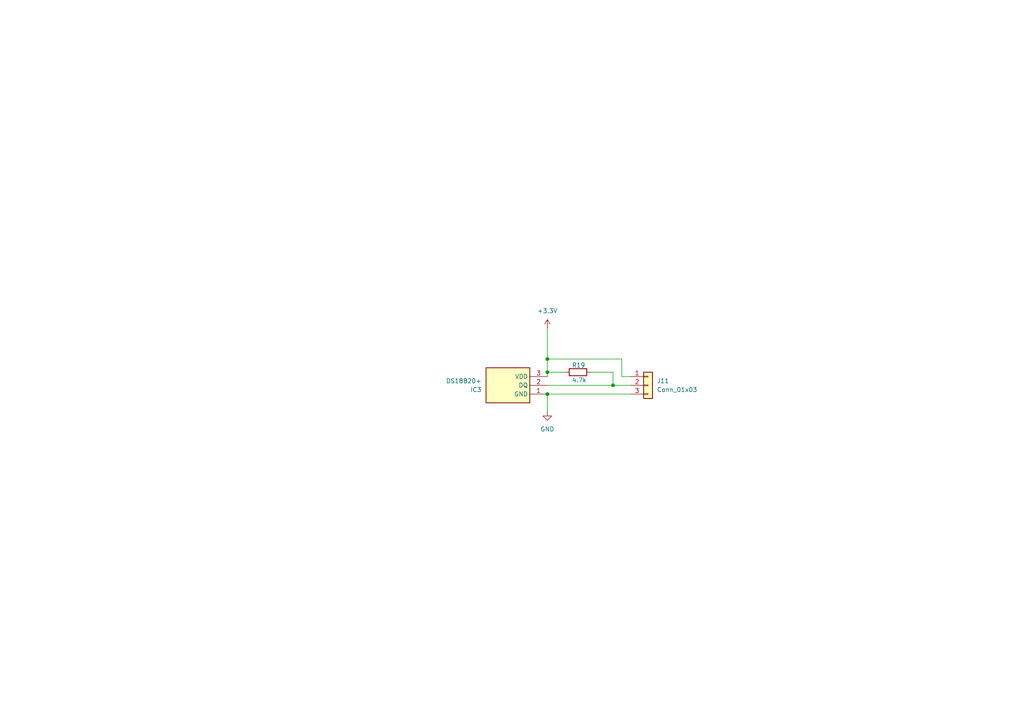
<source format=kicad_sch>
(kicad_sch (version 20250114) (generator "eeschema") (generator_version "9.0")
  (paper "A4")
  (title_block (title "czujnik"))
  (lib_symbols
    (symbol "Connector_Generic:Conn_01x03" (pin_names (offset 1.016) (hide yes))
      (property "Reference" "J" (at 0 5.08 0))
      (property "Value" "Conn_01x03" (at 0 -5.08 0))
      (symbol "Conn_01x03_1_1"
        (rectangle (start -1.27 3.81) (end 1.27 -3.81) (stroke (width 0.254)) (fill (type background)))
        (rectangle (start -1.27 2.667) (end 0 2.413) (stroke (width 0.1524)))
        (rectangle (start -1.27 0.127) (end 0 -0.127) (stroke (width 0.1524)))
        (rectangle (start -1.27 -2.413) (end 0 -2.667) (stroke (width 0.1524)))
        (pin passive line (at -5.08 2.54 0) (length 3.81) (name "Pin_1") (number "1"))
        (pin passive line (at -5.08 0 0) (length 3.81) (name "Pin_2") (number "2"))
        (pin passive line (at -5.08 -2.54 0) (length 3.81) (name "Pin_3") (number "3"))
      )
    )
    (symbol "DS18B20+:DS18B20+"
      (property "Reference" "IC" (at 19.05 7.62 0))
      (property "Value" "DS18B20+" (at 19.05 5.08 0))
      (symbol "DS18B20+_1_1"
        (rectangle (start 5.08 2.54) (end 17.78 -7.62) (stroke (width 0.254)) (fill (type background)))
        (pin passive line (at 0 0 0) (length 5.08) (name "GND") (number "1"))
        (pin passive line (at 0 -2.54 0) (length 5.08) (name "DQ") (number "2"))
        (pin passive line (at 0 -5.08 0) (length 5.08) (name "VDD") (number "3"))
      )
    )
    (symbol "Device:R" (pin_numbers (hide yes)) (pin_names (offset 0))
      (property "Reference" "R" (at 2.032 0 90))
      (property "Value" "R" (at 0 0 90))
      (symbol "R_0_1"
        (rectangle (start -1.016 -2.54) (end 1.016 2.54) (stroke (width 0.254)))
      )
      (symbol "R_1_1"
        (pin passive line (at 0 3.81 270) (length 1.27) (name "~") (number "1"))
        (pin passive line (at 0 -3.81 90) (length 1.27) (name "~") (number "2"))
      )
    )
    (symbol "power:+3.3V" (power) (pin_numbers (hide yes)) (pin_names (offset 0) (hide yes))
      (property "Value" "+3.3V" (at 0 3.556 0))
      (symbol "+3.3V_0_1"
        (polyline (pts (xy -0.762 1.27) (xy 0 2.54)))
        (polyline (pts (xy 0 2.54) (xy 0.762 1.27)))
        (polyline (pts (xy 0 0) (xy 0 2.54)))
      )
      (symbol "+3.3V_1_1"
        (pin power_in line (at 0 0 90) (length 0) (name "~") (number "1"))
      )
    )
    (symbol "power:GND" (power) (pin_numbers (hide yes)) (pin_names (offset 0) (hide yes))
      (property "Value" "GND" (at 0 -3.81 0))
      (symbol "GND_0_1"
        (polyline (pts (xy 0 0) (xy 0 -1.27) (xy 1.27 -1.27) (xy 0 -2.54) (xy -1.27 -1.27) (xy 0 -1.27)))
      )
      (symbol "GND_1_1"
        (pin power_in line (at 0 0 270) (length 0) (name "~") (number "1"))
      )
    )
  )
  (junction (at 158.75 104.14))
  (junction (at 177.8 111.76))
  (junction (at 158.75 107.95))
  (junction (at 158.75 114.3))
  (wire (pts (xy 177.8 111.76) (xy 158.75 111.76)))
  (wire (pts (xy 180.34 109.22) (xy 180.34 104.14)))
  (wire (pts (xy 171.45 107.95) (xy 177.8 107.95)))
  (wire (pts (xy 163.83 107.95) (xy 158.75 107.95)))
  (wire (pts (xy 182.88 111.76) (xy 177.8 111.76)))
  (wire (pts (xy 158.75 104.14) (xy 158.75 107.95)))
  (wire (pts (xy 182.88 109.22) (xy 180.34 109.22)))
  (wire (pts (xy 158.75 114.3) (xy 158.75 119.38)))
  (wire (pts (xy 177.8 107.95) (xy 177.8 111.76)))
  (wire (pts (xy 158.75 109.22) (xy 158.75 107.95)))
  (wire (pts (xy 158.75 114.3) (xy 182.88 114.3)))
  (wire (pts (xy 158.75 95.25) (xy 158.75 104.14)))
  (wire (pts (xy 180.34 104.14) (xy 158.75 104.14)))
  (symbol (lib_id "power:+3.3V") (at 158.75 95.25 0) (unit 1)
    (property "Reference" "#PWR016" (effects (hide yes)))
    (property "Value" "+3.3V" (at 158.75 90.17 0))
    (property "Description" "Power symbol creates a global label with name \"+3.3V\"" (effects (hide yes)))
  )
  (symbol (lib_id "power:GND") (at 158.75 119.38 0) (unit 1)
    (property "Reference" "#PWR04" (effects (hide yes)))
    (property "Value" "GND" (at 158.75 124.46 0))
    (property "Description" "Power symbol creates a global label with name \"GND\" , ground" (effects (hide yes)))
  )
  (symbol (lib_id "Device:R") (at 167.64 107.95 270) (unit 1)
    (property "Reference" "R19" (at 165.862 105.918 90) (effects (justify left)))
    (property "Value" "4.7k" (at 165.862 110.236 90) (effects (justify left)))
    (property "Footprint" "Resistor_SMD:R_0603_1608Metric" (effects (hide yes)))
    (property "Description" "Resistor" (effects (hide yes)))
  )
  (symbol (lib_id "Connector_Generic:Conn_01x03") (at 187.96 111.76 0) (unit 1)
    (property "Reference" "J11" (at 190.5 110.4899 0) (effects (justify left)))
    (property "Value" "Conn_01x03" (at 190.5 113.0299 0) (effects (justify left)))
    (property "Footprint" "Connector_PinHeader_2.54mm:PinHeader_1x03_P2.54mm_Vertical" (effects (hide yes)))
    (property "Description" "Generic connector, single row, 01x03, script generated (kicad-library-utils/schlib/autogen/connector/)" (effects (hide yes)))
  )
  (symbol (lib_id "DS18B20+:DS18B20+") (at 158.75 114.3 180) (unit 1)
    (property "Reference" "IC3" (at 139.7 113.0301 0) (effects (justify left)))
    (property "Value" "DS18B20+" (at 139.7 110.4901 0) (effects (justify left)))
    (property "Footprint" "footprints:DS18B20" (effects (hide yes)))
    (property "Datasheet" "https://ms.componentsearchengine.com/Datasheets/2/DS18B20+.pdf" (effects (hide yes)))
    (property "Description" "Board Mount Temperature Sensors Programmable Resolution 1-Wire Digital Thermometer" (effects (hide yes)))
    (property "Height" "4.95" (effects (hide yes)))
    (property "Manufacturer_Name" "Analog Devices" (effects (hide yes)))
    (property "Manufacturer_Part_Number" "DS18B20+" (effects (hide yes)))
  )
)
</source>
